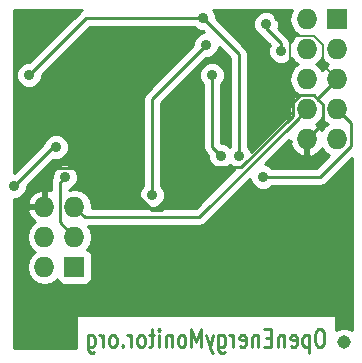
<source format=gbr>
%FSLAX46Y46*%
G04 Gerber Fmt 4.6, Leading zero omitted, Abs format (unit mm)*
G04 Created by KiCad (PCBNEW (2014-jul-16 BZR unknown)-product) date Wed 29 Oct 2014 15:34:50 GMT*
%MOMM*%
G01*
G04 APERTURE LIST*
%ADD10C,0.100000*%
%ADD11C,0.250000*%
%ADD12R,1.727200X1.727200*%
%ADD13O,1.727200X1.727200*%
%ADD14C,1.143000*%
%ADD15C,0.906400*%
%ADD16C,0.254000*%
%ADD17C,0.203200*%
G04 APERTURE END LIST*
D10*
D11*
X165660855Y-120854571D02*
X165432284Y-120854571D01*
X165317998Y-120926000D01*
X165203712Y-121068857D01*
X165146570Y-121354571D01*
X165146570Y-121854571D01*
X165203712Y-122140286D01*
X165317998Y-122283143D01*
X165432284Y-122354571D01*
X165660855Y-122354571D01*
X165775141Y-122283143D01*
X165889427Y-122140286D01*
X165946570Y-121854571D01*
X165946570Y-121354571D01*
X165889427Y-121068857D01*
X165775141Y-120926000D01*
X165660855Y-120854571D01*
X164632284Y-121354571D02*
X164632284Y-122854571D01*
X164632284Y-121426000D02*
X164517998Y-121354571D01*
X164289427Y-121354571D01*
X164175141Y-121426000D01*
X164117998Y-121497429D01*
X164060855Y-121640286D01*
X164060855Y-122068857D01*
X164117998Y-122211714D01*
X164175141Y-122283143D01*
X164289427Y-122354571D01*
X164517998Y-122354571D01*
X164632284Y-122283143D01*
X163089427Y-122283143D02*
X163203713Y-122354571D01*
X163432284Y-122354571D01*
X163546570Y-122283143D01*
X163603713Y-122140286D01*
X163603713Y-121568857D01*
X163546570Y-121426000D01*
X163432284Y-121354571D01*
X163203713Y-121354571D01*
X163089427Y-121426000D01*
X163032284Y-121568857D01*
X163032284Y-121711714D01*
X163603713Y-121854571D01*
X162517999Y-121354571D02*
X162517999Y-122354571D01*
X162517999Y-121497429D02*
X162460856Y-121426000D01*
X162346570Y-121354571D01*
X162175142Y-121354571D01*
X162060856Y-121426000D01*
X162003713Y-121568857D01*
X162003713Y-122354571D01*
X161432285Y-121568857D02*
X161032285Y-121568857D01*
X160860856Y-122354571D02*
X161432285Y-122354571D01*
X161432285Y-120854571D01*
X160860856Y-120854571D01*
X160346571Y-121354571D02*
X160346571Y-122354571D01*
X160346571Y-121497429D02*
X160289428Y-121426000D01*
X160175142Y-121354571D01*
X160003714Y-121354571D01*
X159889428Y-121426000D01*
X159832285Y-121568857D01*
X159832285Y-122354571D01*
X158803714Y-122283143D02*
X158918000Y-122354571D01*
X159146571Y-122354571D01*
X159260857Y-122283143D01*
X159318000Y-122140286D01*
X159318000Y-121568857D01*
X159260857Y-121426000D01*
X159146571Y-121354571D01*
X158918000Y-121354571D01*
X158803714Y-121426000D01*
X158746571Y-121568857D01*
X158746571Y-121711714D01*
X159318000Y-121854571D01*
X158232286Y-122354571D02*
X158232286Y-121354571D01*
X158232286Y-121640286D02*
X158175143Y-121497429D01*
X158118000Y-121426000D01*
X158003714Y-121354571D01*
X157889429Y-121354571D01*
X156975143Y-121354571D02*
X156975143Y-122568857D01*
X157032286Y-122711714D01*
X157089429Y-122783143D01*
X157203714Y-122854571D01*
X157375143Y-122854571D01*
X157489429Y-122783143D01*
X156975143Y-122283143D02*
X157089429Y-122354571D01*
X157318000Y-122354571D01*
X157432286Y-122283143D01*
X157489429Y-122211714D01*
X157546572Y-122068857D01*
X157546572Y-121640286D01*
X157489429Y-121497429D01*
X157432286Y-121426000D01*
X157318000Y-121354571D01*
X157089429Y-121354571D01*
X156975143Y-121426000D01*
X156518000Y-121354571D02*
X156232286Y-122354571D01*
X155946572Y-121354571D02*
X156232286Y-122354571D01*
X156346572Y-122711714D01*
X156403715Y-122783143D01*
X156518000Y-122854571D01*
X155489429Y-122354571D02*
X155489429Y-120854571D01*
X155089429Y-121926000D01*
X154689429Y-120854571D01*
X154689429Y-122354571D01*
X153946571Y-122354571D02*
X154060857Y-122283143D01*
X154118000Y-122211714D01*
X154175143Y-122068857D01*
X154175143Y-121640286D01*
X154118000Y-121497429D01*
X154060857Y-121426000D01*
X153946571Y-121354571D01*
X153775143Y-121354571D01*
X153660857Y-121426000D01*
X153603714Y-121497429D01*
X153546571Y-121640286D01*
X153546571Y-122068857D01*
X153603714Y-122211714D01*
X153660857Y-122283143D01*
X153775143Y-122354571D01*
X153946571Y-122354571D01*
X153032286Y-121354571D02*
X153032286Y-122354571D01*
X153032286Y-121497429D02*
X152975143Y-121426000D01*
X152860857Y-121354571D01*
X152689429Y-121354571D01*
X152575143Y-121426000D01*
X152518000Y-121568857D01*
X152518000Y-122354571D01*
X151946572Y-122354571D02*
X151946572Y-121354571D01*
X151946572Y-120854571D02*
X152003715Y-120926000D01*
X151946572Y-120997429D01*
X151889429Y-120926000D01*
X151946572Y-120854571D01*
X151946572Y-120997429D01*
X151546571Y-121354571D02*
X151089428Y-121354571D01*
X151375143Y-120854571D02*
X151375143Y-122140286D01*
X151318000Y-122283143D01*
X151203714Y-122354571D01*
X151089428Y-122354571D01*
X150518000Y-122354571D02*
X150632286Y-122283143D01*
X150689429Y-122211714D01*
X150746572Y-122068857D01*
X150746572Y-121640286D01*
X150689429Y-121497429D01*
X150632286Y-121426000D01*
X150518000Y-121354571D01*
X150346572Y-121354571D01*
X150232286Y-121426000D01*
X150175143Y-121497429D01*
X150118000Y-121640286D01*
X150118000Y-122068857D01*
X150175143Y-122211714D01*
X150232286Y-122283143D01*
X150346572Y-122354571D01*
X150518000Y-122354571D01*
X149603715Y-122354571D02*
X149603715Y-121354571D01*
X149603715Y-121640286D02*
X149546572Y-121497429D01*
X149489429Y-121426000D01*
X149375143Y-121354571D01*
X149260858Y-121354571D01*
X148860858Y-122211714D02*
X148803715Y-122283143D01*
X148860858Y-122354571D01*
X148918001Y-122283143D01*
X148860858Y-122211714D01*
X148860858Y-122354571D01*
X148118000Y-122354571D02*
X148232286Y-122283143D01*
X148289429Y-122211714D01*
X148346572Y-122068857D01*
X148346572Y-121640286D01*
X148289429Y-121497429D01*
X148232286Y-121426000D01*
X148118000Y-121354571D01*
X147946572Y-121354571D01*
X147832286Y-121426000D01*
X147775143Y-121497429D01*
X147718000Y-121640286D01*
X147718000Y-122068857D01*
X147775143Y-122211714D01*
X147832286Y-122283143D01*
X147946572Y-122354571D01*
X148118000Y-122354571D01*
X147203715Y-122354571D02*
X147203715Y-121354571D01*
X147203715Y-121640286D02*
X147146572Y-121497429D01*
X147089429Y-121426000D01*
X146975143Y-121354571D01*
X146860858Y-121354571D01*
X145946572Y-121354571D02*
X145946572Y-122568857D01*
X146003715Y-122711714D01*
X146060858Y-122783143D01*
X146175143Y-122854571D01*
X146346572Y-122854571D01*
X146460858Y-122783143D01*
X145946572Y-122283143D02*
X146060858Y-122354571D01*
X146289429Y-122354571D01*
X146403715Y-122283143D01*
X146460858Y-122211714D01*
X146518001Y-122068857D01*
X146518001Y-121640286D01*
X146460858Y-121497429D01*
X146403715Y-121426000D01*
X146289429Y-121354571D01*
X146060858Y-121354571D01*
X145946572Y-121426000D01*
D12*
X167005000Y-94615000D03*
D13*
X164465000Y-94615000D03*
X167005000Y-97155000D03*
X164465000Y-97155000D03*
X167005000Y-99695000D03*
X164465000Y-99695000D03*
X167005000Y-102235000D03*
X164465000Y-102235000D03*
X167005000Y-104775000D03*
X164465000Y-104775000D03*
D12*
X144780000Y-115570000D03*
D13*
X142240000Y-115570000D03*
X144780000Y-113030000D03*
X142240000Y-113030000D03*
X144780000Y-110490000D03*
X142240000Y-110490000D03*
D14*
X167640000Y-121920000D03*
D15*
X153124000Y-95641000D03*
X160744000Y-97546000D03*
X163919000Y-106563000D03*
X146393000Y-119136000D03*
X162268000Y-106055000D03*
X154648000Y-104531000D03*
X141059000Y-95514000D03*
X147536000Y-99578000D03*
X148590000Y-100330000D03*
X152870000Y-106690000D03*
X161379000Y-101229000D03*
X162141000Y-94445909D03*
X140932000Y-99324000D03*
X155664000Y-94498000D03*
X158712000Y-106182000D03*
X143972528Y-107981420D03*
X155918000Y-96784000D03*
X151346000Y-109484000D03*
X160998000Y-95006000D03*
X162268000Y-97292000D03*
X156426000Y-99324000D03*
X157188000Y-106182000D03*
X160744000Y-107960000D03*
X143218000Y-105420000D03*
X139662000Y-108722000D03*
D16*
X155346401Y-111353599D02*
X163601401Y-103098599D01*
X145643599Y-111353599D02*
X155346401Y-111353599D01*
X163601401Y-103098599D02*
X164465000Y-102235000D01*
X144780000Y-110490000D02*
X145643599Y-111353599D01*
D17*
X148552000Y-100340000D02*
X148580000Y-100340000D01*
X148580000Y-100340000D02*
X148590000Y-100330000D01*
D16*
X152108000Y-110754000D02*
X152870000Y-109992000D01*
X152870000Y-109992000D02*
X152870000Y-106690000D01*
X151346000Y-110754000D02*
X152108000Y-110754000D01*
X147790000Y-107198000D02*
X151346000Y-110754000D01*
X142964000Y-107198000D02*
X147790000Y-107198000D01*
X142240000Y-107922000D02*
X142964000Y-107198000D01*
X142240000Y-110490000D02*
X142240000Y-107922000D01*
X165038025Y-101041199D02*
X165404466Y-101407640D01*
X165404466Y-101407640D02*
X165811199Y-101814373D01*
X167005000Y-99695000D02*
X165404466Y-101295534D01*
X165404466Y-101295534D02*
X165404466Y-101407640D01*
X152870000Y-106690000D02*
X153323199Y-107143199D01*
X153323199Y-107143199D02*
X158910209Y-107143199D01*
X158910209Y-107143199D02*
X163271199Y-102782209D01*
X163271199Y-102782209D02*
X163271199Y-101661975D01*
X163891975Y-101041199D02*
X165038025Y-101041199D01*
X165811199Y-101814373D02*
X165811199Y-103428801D01*
X165811199Y-103428801D02*
X165328599Y-103911401D01*
X165328599Y-103911401D02*
X164465000Y-104775000D01*
D17*
X163704174Y-101229000D02*
X163709297Y-101223877D01*
D16*
X163709297Y-101223877D02*
X163891975Y-101041199D01*
X163271199Y-101661975D02*
X163709297Y-101223877D01*
D17*
X165836599Y-98526599D02*
X166141401Y-98831401D01*
X165836599Y-96797365D02*
X165836599Y-98526599D01*
X163040769Y-95986599D02*
X165025833Y-95986599D01*
X166141401Y-98831401D02*
X167005000Y-99695000D01*
X162141000Y-95086830D02*
X163040769Y-95986599D01*
X165025833Y-95986599D02*
X165836599Y-96797365D01*
X162141000Y-94445909D02*
X162141000Y-95086830D01*
X163040769Y-101214821D02*
X163054948Y-101229000D01*
X163040769Y-95986599D02*
X163040769Y-101214821D01*
X163054948Y-101229000D02*
X163704174Y-101229000D01*
X161379000Y-101229000D02*
X163054948Y-101229000D01*
D16*
X155664000Y-94498000D02*
X145758000Y-94498000D01*
X145758000Y-94498000D02*
X140932000Y-99324000D01*
X158712000Y-106182000D02*
X158712000Y-97546000D01*
X158712000Y-97546000D02*
X155664000Y-94498000D01*
X143519329Y-108434619D02*
X143972528Y-107981420D01*
X143519329Y-111769329D02*
X143519329Y-108434619D01*
X144780000Y-113030000D02*
X143519329Y-111769329D01*
X155464801Y-97237199D02*
X155918000Y-96784000D01*
X151346000Y-109484000D02*
X151346000Y-101356000D01*
X151346000Y-101356000D02*
X155464801Y-97237199D01*
X162268000Y-97292000D02*
X162268000Y-96651079D01*
X162268000Y-96651079D02*
X160998000Y-95381079D01*
X160998000Y-95381079D02*
X160998000Y-95006000D01*
X156426000Y-99324000D02*
X156426000Y-105420000D01*
X156426000Y-105420000D02*
X157188000Y-106182000D01*
X167005000Y-102235000D02*
X168198801Y-103428801D01*
X168198801Y-103428801D02*
X168198801Y-105348025D01*
X168198801Y-105348025D02*
X165586826Y-107960000D01*
X165586826Y-107960000D02*
X160744000Y-107960000D01*
X139662000Y-108722000D02*
X142964000Y-105420000D01*
X142964000Y-105420000D02*
X143218000Y-105420000D01*
G36*
X163676172Y-100965000D02*
X163405330Y-101145971D01*
X163080474Y-101632152D01*
X162966400Y-102205641D01*
X162966400Y-102264359D01*
X163031372Y-102590997D01*
X159758135Y-105864234D01*
X159635069Y-105566390D01*
X159474000Y-105405039D01*
X159474000Y-97546000D01*
X159415996Y-97254396D01*
X159415996Y-97254395D01*
X159250815Y-97007185D01*
X156752191Y-94508561D01*
X156752388Y-94282493D01*
X156587069Y-93882390D01*
X156549744Y-93845000D01*
X163192161Y-93845000D01*
X163080474Y-94012152D01*
X162966400Y-94585641D01*
X162966400Y-94644359D01*
X163080474Y-95217848D01*
X163405330Y-95704029D01*
X163676172Y-95885000D01*
X163405330Y-96065971D01*
X163080474Y-96552152D01*
X163078243Y-96563366D01*
X162996206Y-96481186D01*
X162996205Y-96481185D01*
X162971996Y-96359474D01*
X162806815Y-96112264D01*
X162806815Y-96112263D01*
X162036703Y-95342151D01*
X162086011Y-95223406D01*
X162086388Y-94790493D01*
X161921069Y-94390390D01*
X161615221Y-94084007D01*
X161215406Y-93917989D01*
X160782493Y-93917612D01*
X160382390Y-94082931D01*
X160076007Y-94388779D01*
X159909989Y-94788594D01*
X159909612Y-95221507D01*
X160074931Y-95621610D01*
X160380779Y-95927993D01*
X160528710Y-95989419D01*
X161307295Y-96768005D01*
X161179989Y-97074594D01*
X161179612Y-97507507D01*
X161344931Y-97907610D01*
X161650779Y-98213993D01*
X162050594Y-98380011D01*
X162483507Y-98380388D01*
X162883610Y-98215069D01*
X163184969Y-97914236D01*
X163405330Y-98244029D01*
X163676172Y-98425000D01*
X163405330Y-98605971D01*
X163080474Y-99092152D01*
X162966400Y-99665641D01*
X162966400Y-99724359D01*
X163080474Y-100297848D01*
X163405330Y-100784029D01*
X163676172Y-100965000D01*
X163676172Y-100965000D01*
G37*
X163676172Y-100965000D02*
X163405330Y-101145971D01*
X163080474Y-101632152D01*
X162966400Y-102205641D01*
X162966400Y-102264359D01*
X163031372Y-102590997D01*
X159758135Y-105864234D01*
X159635069Y-105566390D01*
X159474000Y-105405039D01*
X159474000Y-97546000D01*
X159415996Y-97254396D01*
X159415996Y-97254395D01*
X159250815Y-97007185D01*
X156752191Y-94508561D01*
X156752388Y-94282493D01*
X156587069Y-93882390D01*
X156549744Y-93845000D01*
X163192161Y-93845000D01*
X163080474Y-94012152D01*
X162966400Y-94585641D01*
X162966400Y-94644359D01*
X163080474Y-95217848D01*
X163405330Y-95704029D01*
X163676172Y-95885000D01*
X163405330Y-96065971D01*
X163080474Y-96552152D01*
X163078243Y-96563366D01*
X162996206Y-96481186D01*
X162996205Y-96481185D01*
X162971996Y-96359474D01*
X162806815Y-96112264D01*
X162806815Y-96112263D01*
X162036703Y-95342151D01*
X162086011Y-95223406D01*
X162086388Y-94790493D01*
X161921069Y-94390390D01*
X161615221Y-94084007D01*
X161215406Y-93917989D01*
X160782493Y-93917612D01*
X160382390Y-94082931D01*
X160076007Y-94388779D01*
X159909989Y-94788594D01*
X159909612Y-95221507D01*
X160074931Y-95621610D01*
X160380779Y-95927993D01*
X160528710Y-95989419D01*
X161307295Y-96768005D01*
X161179989Y-97074594D01*
X161179612Y-97507507D01*
X161344931Y-97907610D01*
X161650779Y-98213993D01*
X162050594Y-98380011D01*
X162483507Y-98380388D01*
X162883610Y-98215069D01*
X163184969Y-97914236D01*
X163405330Y-98244029D01*
X163676172Y-98425000D01*
X163405330Y-98605971D01*
X163080474Y-99092152D01*
X162966400Y-99665641D01*
X162966400Y-99724359D01*
X163080474Y-100297848D01*
X163405330Y-100784029D01*
X163676172Y-100965000D01*
G36*
X166216160Y-98424992D02*
X165798179Y-98806510D01*
X165740663Y-98929228D01*
X165524670Y-98605971D01*
X165253827Y-98425000D01*
X165524670Y-98244029D01*
X165735000Y-97929248D01*
X165945330Y-98244029D01*
X166216160Y-98424992D01*
X166216160Y-98424992D01*
G37*
X166216160Y-98424992D02*
X165798179Y-98806510D01*
X165740663Y-98929228D01*
X165524670Y-98605971D01*
X165253827Y-98425000D01*
X165524670Y-98244029D01*
X165735000Y-97929248D01*
X165945330Y-98244029D01*
X166216160Y-98424992D01*
G36*
X166216172Y-103505000D02*
X165945330Y-103685971D01*
X165729336Y-104009228D01*
X165671821Y-103886510D01*
X165253839Y-103504992D01*
X165524670Y-103324029D01*
X165735000Y-103009248D01*
X165945330Y-103324029D01*
X166216172Y-103505000D01*
X166216172Y-103505000D01*
G37*
X166216172Y-103505000D02*
X165945330Y-103685971D01*
X165729336Y-104009228D01*
X165671821Y-103886510D01*
X165253839Y-103504992D01*
X165524670Y-103324029D01*
X165735000Y-103009248D01*
X165945330Y-103324029D01*
X166216172Y-103505000D01*
G36*
X166340872Y-106128322D02*
X165271195Y-107198000D01*
X164338000Y-107198000D01*
X161520934Y-107198000D01*
X161361221Y-107038007D01*
X160961406Y-106871989D01*
X160905689Y-106871940D01*
X162966400Y-104811229D01*
X162966400Y-104902002D01*
X163130529Y-104902002D01*
X163010032Y-105134027D01*
X163258179Y-105663490D01*
X163690053Y-106057688D01*
X164105974Y-106229958D01*
X164338000Y-106108817D01*
X164338000Y-104902000D01*
X164318000Y-104902000D01*
X164318000Y-104648000D01*
X164338000Y-104648000D01*
X164338000Y-104628000D01*
X164592000Y-104628000D01*
X164592000Y-104648000D01*
X164612000Y-104648000D01*
X164612000Y-104902000D01*
X164592000Y-104902000D01*
X164592000Y-106108817D01*
X164824026Y-106229958D01*
X165239947Y-106057688D01*
X165671821Y-105663490D01*
X165729336Y-105540771D01*
X165945330Y-105864029D01*
X166340872Y-106128322D01*
X166340872Y-106128322D01*
G37*
X166340872Y-106128322D02*
X165271195Y-107198000D01*
X164338000Y-107198000D01*
X161520934Y-107198000D01*
X161361221Y-107038007D01*
X160961406Y-106871989D01*
X160905689Y-106871940D01*
X162966400Y-104811229D01*
X162966400Y-104902002D01*
X163130529Y-104902002D01*
X163010032Y-105134027D01*
X163258179Y-105663490D01*
X163690053Y-106057688D01*
X164105974Y-106229958D01*
X164338000Y-106108817D01*
X164338000Y-104902000D01*
X164318000Y-104902000D01*
X164318000Y-104648000D01*
X164338000Y-104648000D01*
X164338000Y-104628000D01*
X164592000Y-104628000D01*
X164592000Y-104648000D01*
X164612000Y-104648000D01*
X164612000Y-104902000D01*
X164592000Y-104902000D01*
X164592000Y-106108817D01*
X164824026Y-106229958D01*
X165239947Y-106057688D01*
X165671821Y-105663490D01*
X165729336Y-105540771D01*
X165945330Y-105864029D01*
X166340872Y-106128322D01*
G36*
X167152000Y-99822000D02*
X167132000Y-99822000D01*
X167132000Y-99842000D01*
X166878000Y-99842000D01*
X166878000Y-99822000D01*
X166858000Y-99822000D01*
X166858000Y-99568000D01*
X166878000Y-99568000D01*
X166878000Y-99548000D01*
X167132000Y-99548000D01*
X167132000Y-99568000D01*
X167152000Y-99568000D01*
X167152000Y-99822000D01*
X167152000Y-99822000D01*
G37*
X167152000Y-99822000D02*
X167132000Y-99822000D01*
X167132000Y-99842000D01*
X166878000Y-99842000D01*
X166878000Y-99822000D01*
X166858000Y-99822000D01*
X166858000Y-99568000D01*
X166878000Y-99568000D01*
X166878000Y-99548000D01*
X167132000Y-99548000D01*
X167132000Y-99568000D01*
X167152000Y-99568000D01*
X167152000Y-99822000D01*
G36*
X168275000Y-120877295D02*
X167881041Y-120713710D01*
X167401065Y-120713291D01*
X166957465Y-120896582D01*
X166935142Y-120918866D01*
X166935142Y-119616000D01*
X144900859Y-119616000D01*
X144900859Y-122475000D01*
X139645000Y-122475000D01*
X139645000Y-109810185D01*
X139877507Y-109810388D01*
X140277610Y-109645069D01*
X140583993Y-109339221D01*
X140750011Y-108939406D01*
X140750209Y-108711420D01*
X142967401Y-106494228D01*
X143000594Y-106508011D01*
X143433507Y-106508388D01*
X143833610Y-106343069D01*
X144139993Y-106037221D01*
X144306011Y-105637406D01*
X144306388Y-105204493D01*
X144141069Y-104804390D01*
X143835221Y-104498007D01*
X143435406Y-104331989D01*
X143002493Y-104331612D01*
X142602390Y-104496931D01*
X142296007Y-104802779D01*
X142148602Y-105157767D01*
X139672561Y-107633808D01*
X139645000Y-107633784D01*
X139645000Y-93845000D01*
X145390074Y-93845000D01*
X145367376Y-93860165D01*
X145219185Y-93959184D01*
X140942561Y-98235808D01*
X140716493Y-98235612D01*
X140316390Y-98400931D01*
X140010007Y-98706779D01*
X139843989Y-99106594D01*
X139843612Y-99539507D01*
X140008931Y-99939610D01*
X140314779Y-100245993D01*
X140714594Y-100412011D01*
X141147507Y-100412388D01*
X141547610Y-100247069D01*
X141853993Y-99941221D01*
X142020011Y-99541406D01*
X142020209Y-99313420D01*
X146073630Y-95260000D01*
X154887065Y-95260000D01*
X155046779Y-95419993D01*
X155446594Y-95586011D01*
X155674579Y-95586209D01*
X155784053Y-95695683D01*
X155702493Y-95695612D01*
X155302390Y-95860931D01*
X154996007Y-96166779D01*
X154829989Y-96566594D01*
X154829790Y-96794578D01*
X150807185Y-100817185D01*
X150642004Y-101064395D01*
X150584000Y-101356000D01*
X150584000Y-108707065D01*
X150424007Y-108866779D01*
X150257989Y-109266594D01*
X150257612Y-109699507D01*
X150422931Y-110099610D01*
X150728779Y-110405993D01*
X151128594Y-110572011D01*
X151561507Y-110572388D01*
X151961610Y-110407069D01*
X152267993Y-110101221D01*
X152434011Y-109701406D01*
X152434388Y-109268493D01*
X152269069Y-108868390D01*
X152108000Y-108707039D01*
X152108000Y-101671630D01*
X155907439Y-97872191D01*
X156133507Y-97872388D01*
X156533610Y-97707069D01*
X156839993Y-97401221D01*
X157006011Y-97001406D01*
X157006083Y-96917713D01*
X157950000Y-97861630D01*
X157950000Y-105405039D01*
X157805221Y-105260007D01*
X157405406Y-105093989D01*
X157188000Y-105093799D01*
X157188000Y-100100934D01*
X157347993Y-99941221D01*
X157514011Y-99541406D01*
X157514388Y-99108493D01*
X157349069Y-98708390D01*
X157043221Y-98402007D01*
X156643406Y-98235989D01*
X156210493Y-98235612D01*
X155810390Y-98400931D01*
X155504007Y-98706779D01*
X155337989Y-99106594D01*
X155337612Y-99539507D01*
X155502931Y-99939610D01*
X155664000Y-100100960D01*
X155664000Y-105420000D01*
X155722004Y-105711605D01*
X155887185Y-105958815D01*
X156099808Y-106171439D01*
X156099612Y-106397507D01*
X156264931Y-106797610D01*
X156570779Y-107103993D01*
X156970594Y-107270011D01*
X157403507Y-107270388D01*
X157803610Y-107105069D01*
X157949986Y-106958947D01*
X158094779Y-107103993D01*
X158394091Y-107228278D01*
X155030770Y-110591599D01*
X146264230Y-110591599D01*
X146278600Y-110519359D01*
X146278600Y-110460641D01*
X146164526Y-109887152D01*
X145839670Y-109400971D01*
X145353489Y-109076115D01*
X144780000Y-108962041D01*
X144281329Y-109061232D01*
X144281329Y-109031259D01*
X144588138Y-108904489D01*
X144894521Y-108598641D01*
X145060539Y-108198826D01*
X145060916Y-107765913D01*
X144895597Y-107365810D01*
X144589749Y-107059427D01*
X144189934Y-106893409D01*
X143757021Y-106893032D01*
X143356918Y-107058351D01*
X143050535Y-107364199D01*
X142884517Y-107764014D01*
X142884276Y-108039832D01*
X142884276Y-108039833D01*
X142815333Y-108143014D01*
X142757329Y-108434619D01*
X142757329Y-109100609D01*
X142599026Y-109035042D01*
X142367000Y-109156183D01*
X142367000Y-110363000D01*
X142387000Y-110363000D01*
X142387000Y-110617000D01*
X142367000Y-110617000D01*
X142367000Y-110637000D01*
X142113000Y-110637000D01*
X142113000Y-110617000D01*
X142113000Y-110363000D01*
X142113000Y-109156183D01*
X141880974Y-109035042D01*
X141465053Y-109207312D01*
X141033179Y-109601510D01*
X140785032Y-110130973D01*
X140905531Y-110363000D01*
X142113000Y-110363000D01*
X142113000Y-110617000D01*
X140905531Y-110617000D01*
X140785032Y-110849027D01*
X141033179Y-111378490D01*
X141451160Y-111760007D01*
X141180330Y-111940971D01*
X140855474Y-112427152D01*
X140741400Y-113000641D01*
X140741400Y-113059359D01*
X140855474Y-113632848D01*
X141180330Y-114119029D01*
X141451172Y-114300000D01*
X141180330Y-114480971D01*
X140855474Y-114967152D01*
X140741400Y-115540641D01*
X140741400Y-115599359D01*
X140855474Y-116172848D01*
X141180330Y-116659029D01*
X141666511Y-116983885D01*
X142240000Y-117097959D01*
X142813489Y-116983885D01*
X143299670Y-116659029D01*
X143313736Y-116637976D01*
X143378073Y-116793298D01*
X143556701Y-116971927D01*
X143790090Y-117068600D01*
X144042709Y-117068600D01*
X145769909Y-117068600D01*
X146003298Y-116971927D01*
X146181927Y-116793299D01*
X146278600Y-116559910D01*
X146278600Y-116307291D01*
X146278600Y-114580091D01*
X146181927Y-114346702D01*
X146003299Y-114168073D01*
X145849473Y-114104356D01*
X146164526Y-113632848D01*
X146278600Y-113059359D01*
X146278600Y-113000641D01*
X146164526Y-112427152D01*
X145956352Y-112115599D01*
X155346401Y-112115599D01*
X155346401Y-112115598D01*
X155638005Y-112057595D01*
X155638006Y-112057595D01*
X155885216Y-111892414D01*
X159655658Y-108121971D01*
X159655612Y-108175507D01*
X159820931Y-108575610D01*
X160126779Y-108881993D01*
X160526594Y-109048011D01*
X160959507Y-109048388D01*
X161359610Y-108883069D01*
X161520960Y-108722000D01*
X165586826Y-108722000D01*
X165586826Y-108721999D01*
X165878430Y-108663996D01*
X165878431Y-108663996D01*
X166125641Y-108498815D01*
X168275000Y-106349456D01*
X168275000Y-120877295D01*
X168275000Y-120877295D01*
G37*
X168275000Y-120877295D02*
X167881041Y-120713710D01*
X167401065Y-120713291D01*
X166957465Y-120896582D01*
X166935142Y-120918866D01*
X166935142Y-119616000D01*
X144900859Y-119616000D01*
X144900859Y-122475000D01*
X139645000Y-122475000D01*
X139645000Y-109810185D01*
X139877507Y-109810388D01*
X140277610Y-109645069D01*
X140583993Y-109339221D01*
X140750011Y-108939406D01*
X140750209Y-108711420D01*
X142967401Y-106494228D01*
X143000594Y-106508011D01*
X143433507Y-106508388D01*
X143833610Y-106343069D01*
X144139993Y-106037221D01*
X144306011Y-105637406D01*
X144306388Y-105204493D01*
X144141069Y-104804390D01*
X143835221Y-104498007D01*
X143435406Y-104331989D01*
X143002493Y-104331612D01*
X142602390Y-104496931D01*
X142296007Y-104802779D01*
X142148602Y-105157767D01*
X139672561Y-107633808D01*
X139645000Y-107633784D01*
X139645000Y-93845000D01*
X145390074Y-93845000D01*
X145367376Y-93860165D01*
X145219185Y-93959184D01*
X140942561Y-98235808D01*
X140716493Y-98235612D01*
X140316390Y-98400931D01*
X140010007Y-98706779D01*
X139843989Y-99106594D01*
X139843612Y-99539507D01*
X140008931Y-99939610D01*
X140314779Y-100245993D01*
X140714594Y-100412011D01*
X141147507Y-100412388D01*
X141547610Y-100247069D01*
X141853993Y-99941221D01*
X142020011Y-99541406D01*
X142020209Y-99313420D01*
X146073630Y-95260000D01*
X154887065Y-95260000D01*
X155046779Y-95419993D01*
X155446594Y-95586011D01*
X155674579Y-95586209D01*
X155784053Y-95695683D01*
X155702493Y-95695612D01*
X155302390Y-95860931D01*
X154996007Y-96166779D01*
X154829989Y-96566594D01*
X154829790Y-96794578D01*
X150807185Y-100817185D01*
X150642004Y-101064395D01*
X150584000Y-101356000D01*
X150584000Y-108707065D01*
X150424007Y-108866779D01*
X150257989Y-109266594D01*
X150257612Y-109699507D01*
X150422931Y-110099610D01*
X150728779Y-110405993D01*
X151128594Y-110572011D01*
X151561507Y-110572388D01*
X151961610Y-110407069D01*
X152267993Y-110101221D01*
X152434011Y-109701406D01*
X152434388Y-109268493D01*
X152269069Y-108868390D01*
X152108000Y-108707039D01*
X152108000Y-101671630D01*
X155907439Y-97872191D01*
X156133507Y-97872388D01*
X156533610Y-97707069D01*
X156839993Y-97401221D01*
X157006011Y-97001406D01*
X157006083Y-96917713D01*
X157950000Y-97861630D01*
X157950000Y-105405039D01*
X157805221Y-105260007D01*
X157405406Y-105093989D01*
X157188000Y-105093799D01*
X157188000Y-100100934D01*
X157347993Y-99941221D01*
X157514011Y-99541406D01*
X157514388Y-99108493D01*
X157349069Y-98708390D01*
X157043221Y-98402007D01*
X156643406Y-98235989D01*
X156210493Y-98235612D01*
X155810390Y-98400931D01*
X155504007Y-98706779D01*
X155337989Y-99106594D01*
X155337612Y-99539507D01*
X155502931Y-99939610D01*
X155664000Y-100100960D01*
X155664000Y-105420000D01*
X155722004Y-105711605D01*
X155887185Y-105958815D01*
X156099808Y-106171439D01*
X156099612Y-106397507D01*
X156264931Y-106797610D01*
X156570779Y-107103993D01*
X156970594Y-107270011D01*
X157403507Y-107270388D01*
X157803610Y-107105069D01*
X157949986Y-106958947D01*
X158094779Y-107103993D01*
X158394091Y-107228278D01*
X155030770Y-110591599D01*
X146264230Y-110591599D01*
X146278600Y-110519359D01*
X146278600Y-110460641D01*
X146164526Y-109887152D01*
X145839670Y-109400971D01*
X145353489Y-109076115D01*
X144780000Y-108962041D01*
X144281329Y-109061232D01*
X144281329Y-109031259D01*
X144588138Y-108904489D01*
X144894521Y-108598641D01*
X145060539Y-108198826D01*
X145060916Y-107765913D01*
X144895597Y-107365810D01*
X144589749Y-107059427D01*
X144189934Y-106893409D01*
X143757021Y-106893032D01*
X143356918Y-107058351D01*
X143050535Y-107364199D01*
X142884517Y-107764014D01*
X142884276Y-108039832D01*
X142884276Y-108039833D01*
X142815333Y-108143014D01*
X142757329Y-108434619D01*
X142757329Y-109100609D01*
X142599026Y-109035042D01*
X142367000Y-109156183D01*
X142367000Y-110363000D01*
X142387000Y-110363000D01*
X142387000Y-110617000D01*
X142367000Y-110617000D01*
X142367000Y-110637000D01*
X142113000Y-110637000D01*
X142113000Y-110617000D01*
X142113000Y-110363000D01*
X142113000Y-109156183D01*
X141880974Y-109035042D01*
X141465053Y-109207312D01*
X141033179Y-109601510D01*
X140785032Y-110130973D01*
X140905531Y-110363000D01*
X142113000Y-110363000D01*
X142113000Y-110617000D01*
X140905531Y-110617000D01*
X140785032Y-110849027D01*
X141033179Y-111378490D01*
X141451160Y-111760007D01*
X141180330Y-111940971D01*
X140855474Y-112427152D01*
X140741400Y-113000641D01*
X140741400Y-113059359D01*
X140855474Y-113632848D01*
X141180330Y-114119029D01*
X141451172Y-114300000D01*
X141180330Y-114480971D01*
X140855474Y-114967152D01*
X140741400Y-115540641D01*
X140741400Y-115599359D01*
X140855474Y-116172848D01*
X141180330Y-116659029D01*
X141666511Y-116983885D01*
X142240000Y-117097959D01*
X142813489Y-116983885D01*
X143299670Y-116659029D01*
X143313736Y-116637976D01*
X143378073Y-116793298D01*
X143556701Y-116971927D01*
X143790090Y-117068600D01*
X144042709Y-117068600D01*
X145769909Y-117068600D01*
X146003298Y-116971927D01*
X146181927Y-116793299D01*
X146278600Y-116559910D01*
X146278600Y-116307291D01*
X146278600Y-114580091D01*
X146181927Y-114346702D01*
X146003299Y-114168073D01*
X145849473Y-114104356D01*
X146164526Y-113632848D01*
X146278600Y-113059359D01*
X146278600Y-113000641D01*
X146164526Y-112427152D01*
X145956352Y-112115599D01*
X155346401Y-112115599D01*
X155346401Y-112115598D01*
X155638005Y-112057595D01*
X155638006Y-112057595D01*
X155885216Y-111892414D01*
X159655658Y-108121971D01*
X159655612Y-108175507D01*
X159820931Y-108575610D01*
X160126779Y-108881993D01*
X160526594Y-109048011D01*
X160959507Y-109048388D01*
X161359610Y-108883069D01*
X161520960Y-108722000D01*
X165586826Y-108722000D01*
X165586826Y-108721999D01*
X165878430Y-108663996D01*
X165878431Y-108663996D01*
X166125641Y-108498815D01*
X168275000Y-106349456D01*
X168275000Y-120877295D01*
M02*

</source>
